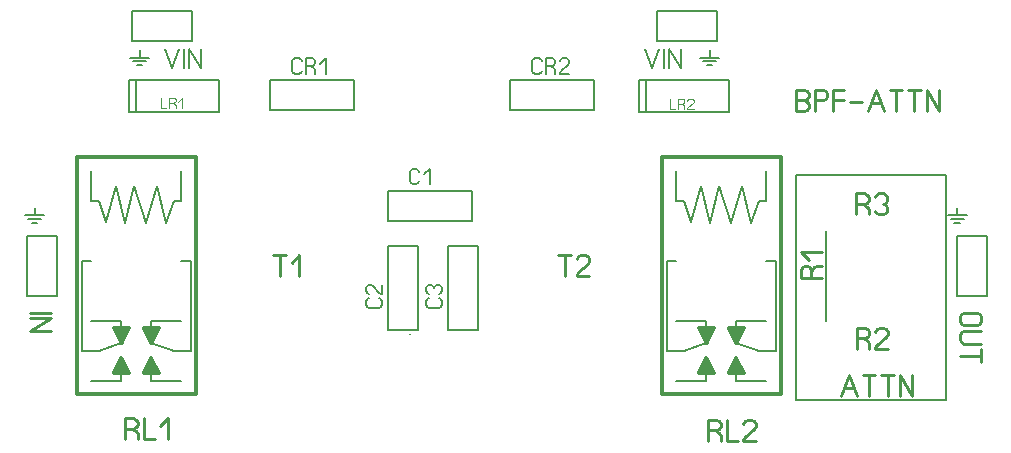
<source format=gbr>
%FSLAX34Y34*%
%MOMM*%
%LNSILK_TOP*%
G71*
G01*
%ADD10C,0.167*%
%ADD11C,0.150*%
%ADD12C,0.300*%
%ADD13C,0.200*%
%ADD14C,0.222*%
%ADD15C,0.111*%
%LPD*%
G54D10*
X345950Y112529D02*
X345950Y112529D01*
G54D11*
X184150Y328100D02*
X184150Y300700D01*
X107950Y300700D01*
X107950Y328100D01*
X184150Y328100D01*
G54D11*
X114250Y300700D02*
X114250Y328100D01*
G54D12*
X64100Y62299D02*
X164700Y62399D01*
X164600Y262299D01*
X64100Y262299D01*
X64100Y62299D01*
G54D13*
X76200Y250899D02*
X76200Y225499D01*
X82500Y225499D01*
X82400Y225499D01*
X88800Y207999D01*
X88900Y207999D01*
X96800Y238199D01*
X104800Y206399D01*
X112700Y238199D01*
X122300Y206399D01*
X131700Y238199D01*
X139700Y206399D01*
X146100Y225499D01*
X152400Y225499D01*
X152400Y250899D01*
G54D13*
X76200Y73099D02*
X101500Y73099D01*
X101500Y92099D01*
G54D13*
X76200Y123899D02*
X101500Y123899D01*
X101500Y104899D01*
G54D13*
X152400Y73099D02*
X127000Y73099D01*
X127000Y92099D01*
G54D13*
X152400Y123899D02*
X127000Y123899D01*
X127000Y104899D01*
G36*
X101600Y92099D02*
X101600Y92199D01*
X95200Y79499D01*
X107900Y79499D01*
X101500Y92099D01*
X101600Y92099D01*
G37*
G54D12*
X101600Y92099D02*
X101600Y92199D01*
X95200Y79499D01*
X107900Y79499D01*
X101500Y92099D01*
X101600Y92099D01*
G36*
X127000Y91999D02*
X127000Y92099D01*
X120600Y79399D01*
X133300Y79399D01*
X126900Y91999D01*
X127000Y91999D01*
G37*
G54D12*
X127000Y91999D02*
X127000Y92099D01*
X120600Y79399D01*
X133300Y79399D01*
X126900Y91999D01*
X127000Y91999D01*
G36*
X101700Y105099D02*
X101700Y104999D01*
X108100Y117699D01*
X95400Y117699D01*
X101800Y105099D01*
X101700Y105099D01*
G37*
G54D12*
X101700Y105099D02*
X101700Y104999D01*
X108100Y117699D01*
X95400Y117699D01*
X101800Y105099D01*
X101700Y105099D01*
G36*
X127000Y104999D02*
X127000Y104899D01*
X133400Y117599D01*
X120700Y117599D01*
X127100Y104999D01*
X127000Y104999D01*
G37*
G54D12*
X127000Y104999D02*
X127000Y104899D01*
X133400Y117599D01*
X120700Y117599D01*
X127100Y104999D01*
X127000Y104999D01*
G54D13*
X101600Y104899D02*
X101600Y104799D01*
X82600Y98399D01*
X82600Y98499D01*
X68300Y98499D01*
X68300Y161999D01*
X68300Y174699D01*
X76200Y174699D01*
G54D13*
X127000Y104899D02*
X127000Y104899D01*
X146000Y98499D01*
X160300Y98499D01*
X160300Y174699D01*
X152400Y174699D01*
G54D11*
X398606Y208738D02*
X398606Y234138D01*
X327006Y234138D01*
X327006Y208738D01*
X398606Y208738D01*
G54D10*
X353950Y242029D02*
X352950Y240363D01*
X350950Y239529D01*
X348950Y239529D01*
X346950Y240363D01*
X345950Y242029D01*
X345950Y250363D01*
X346950Y252029D01*
X348950Y252863D01*
X350950Y252863D01*
X352950Y252029D01*
X353950Y250363D01*
G54D10*
X357618Y247863D02*
X362618Y252863D01*
X362618Y239529D01*
G54D11*
X352860Y187688D02*
X327460Y187688D01*
X327460Y116088D01*
X352860Y116088D01*
X352860Y187688D01*
G54D10*
X319569Y143032D02*
X321235Y142032D01*
X322069Y140032D01*
X322069Y138032D01*
X321235Y136032D01*
X319569Y135032D01*
X311235Y135032D01*
X309569Y136032D01*
X308735Y138032D01*
X308735Y140032D01*
X309569Y142032D01*
X311235Y143032D01*
G54D10*
X322069Y154699D02*
X322069Y146699D01*
X321235Y146699D01*
X319569Y147699D01*
X314569Y153699D01*
X312902Y154699D01*
X311235Y154699D01*
X309569Y153699D01*
X308735Y151699D01*
X308735Y149699D01*
X309569Y147699D01*
X311235Y146699D01*
G54D11*
X403660Y187688D02*
X378260Y187688D01*
X378260Y116088D01*
X403660Y116088D01*
X403660Y187688D01*
G54D10*
X370369Y143032D02*
X372035Y142032D01*
X372869Y140032D01*
X372869Y138032D01*
X372035Y136032D01*
X370369Y135032D01*
X362035Y135032D01*
X360369Y136032D01*
X359535Y138032D01*
X359535Y140032D01*
X360369Y142032D01*
X362035Y143032D01*
G54D10*
X362035Y146699D02*
X360369Y147699D01*
X359535Y149699D01*
X359535Y151699D01*
X360369Y153699D01*
X362035Y154699D01*
X363702Y154699D01*
X365369Y153699D01*
X366202Y151699D01*
X367035Y153699D01*
X368702Y154699D01*
X370369Y154699D01*
X372035Y153699D01*
X372869Y151699D01*
X372869Y149699D01*
X372035Y147699D01*
X370369Y146699D01*
G54D12*
X559400Y62300D02*
X660000Y62399D01*
X659900Y262300D01*
X559400Y262300D01*
X559400Y62300D01*
G54D13*
X571500Y250899D02*
X571500Y225500D01*
X577800Y225500D01*
X577700Y225500D01*
X584100Y208000D01*
X584200Y208000D01*
X592100Y238200D01*
X600100Y206399D01*
X608000Y238200D01*
X617600Y206399D01*
X627000Y238199D01*
X635000Y206400D01*
X641400Y225500D01*
X647700Y225500D01*
X647700Y250900D01*
G54D13*
X571500Y73100D02*
X596800Y73099D01*
X596800Y92100D01*
G54D13*
X571500Y123900D02*
X596800Y123900D01*
X596800Y104899D01*
G54D13*
X647700Y73099D02*
X622300Y73099D01*
X622300Y92100D01*
G54D13*
X647700Y123900D02*
X622300Y123900D01*
X622300Y104900D01*
G36*
X596900Y92100D02*
X596900Y92200D01*
X590500Y79499D01*
X603200Y79499D01*
X596800Y92100D01*
X596900Y92100D01*
G37*
G54D12*
X596900Y92100D02*
X596900Y92200D01*
X590500Y79499D01*
X603200Y79499D01*
X596800Y92100D01*
X596900Y92100D01*
G36*
X622300Y92000D02*
X622300Y92100D01*
X615900Y79399D01*
X628600Y79399D01*
X622200Y92000D01*
X622300Y92000D01*
G37*
G54D12*
X622300Y92000D02*
X622300Y92100D01*
X615900Y79399D01*
X628600Y79399D01*
X622200Y92000D01*
X622300Y92000D01*
G36*
X597000Y105100D02*
X597000Y105000D01*
X603400Y117700D01*
X590700Y117700D01*
X597100Y105099D01*
X597000Y105100D01*
G37*
G54D12*
X597000Y105100D02*
X597000Y105000D01*
X603400Y117700D01*
X590700Y117700D01*
X597100Y105099D01*
X597000Y105100D01*
G36*
X622300Y105000D02*
X622300Y104900D01*
X628700Y117599D01*
X616000Y117600D01*
X622400Y105000D01*
X622300Y105000D01*
G37*
G54D12*
X622300Y105000D02*
X622300Y104900D01*
X628700Y117599D01*
X616000Y117600D01*
X622400Y105000D01*
X622300Y105000D01*
G54D13*
X596900Y104899D02*
X596900Y104800D01*
X577900Y98400D01*
X577900Y98500D01*
X563600Y98500D01*
X563600Y162000D01*
X563600Y174700D01*
X571500Y174700D01*
G54D13*
X622300Y104900D02*
X622300Y104900D01*
X641300Y98500D01*
X655600Y98500D01*
X655600Y174699D01*
X647700Y174699D01*
G54D11*
X298975Y302392D02*
X298975Y327792D01*
X227375Y327792D01*
X227375Y302392D01*
X298975Y302392D01*
G54D10*
X254319Y335684D02*
X253319Y334017D01*
X251319Y333184D01*
X249319Y333184D01*
X247319Y334017D01*
X246319Y335684D01*
X246319Y344017D01*
X247319Y345684D01*
X249319Y346517D01*
X251319Y346517D01*
X253319Y345684D01*
X254319Y344017D01*
G54D10*
X261986Y339850D02*
X264986Y338184D01*
X265986Y336517D01*
X265986Y333184D01*
G54D10*
X257986Y333184D02*
X257986Y346517D01*
X262986Y346517D01*
X264986Y345684D01*
X265986Y344017D01*
X265986Y342350D01*
X264986Y340684D01*
X262986Y339850D01*
X257986Y339850D01*
G54D10*
X269653Y341517D02*
X274653Y346517D01*
X274653Y333184D01*
G54D11*
X615950Y328100D02*
X615950Y300700D01*
X539750Y300700D01*
X539750Y328100D01*
X615950Y328100D01*
G54D11*
X546050Y300700D02*
X546050Y328100D01*
G54D11*
X502175Y302392D02*
X502175Y327792D01*
X430575Y327792D01*
X430575Y302392D01*
X502175Y302392D01*
G54D10*
X457519Y335684D02*
X456519Y334017D01*
X454519Y333184D01*
X452519Y333184D01*
X450519Y334017D01*
X449519Y335684D01*
X449519Y344017D01*
X450519Y345684D01*
X452519Y346517D01*
X454519Y346517D01*
X456519Y345684D01*
X457519Y344017D01*
G54D10*
X465186Y339850D02*
X468186Y338184D01*
X469186Y336517D01*
X469186Y333184D01*
G54D10*
X461186Y333184D02*
X461186Y346517D01*
X466186Y346517D01*
X468186Y345684D01*
X469186Y344017D01*
X469186Y342350D01*
X468186Y340684D01*
X466186Y339850D01*
X461186Y339850D01*
G54D10*
X480853Y333184D02*
X472853Y333184D01*
X472853Y334017D01*
X473853Y335684D01*
X479853Y340684D01*
X480853Y342350D01*
X480853Y344017D01*
X479853Y345684D01*
X477853Y346517D01*
X475853Y346517D01*
X473853Y345684D01*
X472853Y344017D01*
G54D13*
X544688Y354284D02*
X550688Y338284D01*
X556688Y354284D01*
G54D13*
X561088Y338284D02*
X561088Y354284D01*
G54D13*
X565488Y338284D02*
X565488Y354284D01*
X575088Y338284D01*
X575088Y354284D01*
G54D11*
X605538Y386034D02*
X605537Y360634D01*
X554738Y360634D01*
X554738Y386034D01*
X605538Y386034D01*
G54D13*
X599711Y353237D02*
X599712Y346886D01*
G54D13*
X607649Y346886D02*
X591774Y346887D01*
G54D13*
X594155Y343712D02*
X605268Y343712D01*
G54D13*
X602093Y340537D02*
X597330Y340537D01*
G54D13*
X138288Y354284D02*
X144288Y338284D01*
X150288Y354284D01*
G54D13*
X154688Y338284D02*
X154688Y354284D01*
G54D13*
X159088Y338284D02*
X159088Y354284D01*
X168688Y338284D01*
X168688Y354284D01*
G54D11*
X110238Y360635D02*
X110239Y386035D01*
X161038Y386035D01*
X161038Y360635D01*
X110238Y360635D01*
G54D13*
X117111Y353237D02*
X117112Y346886D01*
G54D13*
X125049Y346886D02*
X109174Y346887D01*
G54D13*
X111555Y343712D02*
X122668Y343712D01*
G54D13*
X119493Y340537D02*
X114730Y340537D01*
G54D11*
X808738Y195535D02*
X834138Y195534D01*
X834138Y144735D01*
X808738Y144734D01*
X808738Y195535D01*
G54D11*
X21338Y195535D02*
X46738Y195534D01*
X46738Y144734D01*
X21338Y144734D01*
X21338Y195535D01*
G54D14*
X711200Y60400D02*
X717867Y78178D01*
X724533Y60400D01*
G54D14*
X713867Y67067D02*
X721867Y67067D01*
G54D14*
X734755Y60400D02*
X734755Y78178D01*
G54D14*
X729422Y78178D02*
X740089Y78178D01*
G54D14*
X750311Y60400D02*
X750311Y78178D01*
G54D14*
X744978Y78178D02*
X755645Y78178D01*
G54D14*
X760534Y60400D02*
X760534Y78178D01*
X771201Y60400D01*
X771201Y78178D01*
G54D14*
X673100Y301700D02*
X673100Y319478D01*
X679767Y319478D01*
X682433Y318367D01*
X683767Y316144D01*
X683767Y313922D01*
X682433Y311700D01*
X679767Y310589D01*
X682433Y309478D01*
X683767Y307256D01*
X683767Y305033D01*
X682433Y302811D01*
X679767Y301700D01*
X673100Y301700D01*
G54D14*
X673100Y310589D02*
X679767Y310589D01*
G54D14*
X688656Y301700D02*
X688656Y319478D01*
X695323Y319478D01*
X697989Y318367D01*
X699323Y316144D01*
X699323Y313922D01*
X697989Y311700D01*
X695323Y310589D01*
X688656Y310589D01*
G54D14*
X704212Y301700D02*
X704212Y319478D01*
X713545Y319478D01*
G54D14*
X704212Y310589D02*
X713545Y310589D01*
G54D14*
X718434Y309478D02*
X729101Y309478D01*
G54D14*
X733990Y301700D02*
X740657Y319478D01*
X747323Y301700D01*
G54D14*
X736657Y308367D02*
X744657Y308367D01*
G54D14*
X757545Y301700D02*
X757545Y319478D01*
G54D14*
X752212Y319478D02*
X762879Y319478D01*
G54D14*
X773101Y301700D02*
X773101Y319478D01*
G54D14*
X767768Y319478D02*
X778435Y319478D01*
G54D14*
X783324Y301700D02*
X783324Y319478D01*
X793991Y301700D01*
X793991Y319478D01*
G54D14*
X24289Y130967D02*
X42067Y130967D01*
G54D14*
X24289Y126078D02*
X42067Y126078D01*
X24289Y115411D01*
X42067Y115411D01*
G54D14*
X826133Y120300D02*
X815022Y120300D01*
X812800Y121634D01*
X811689Y124300D01*
X811689Y126967D01*
X812800Y129634D01*
X815022Y130967D01*
X826133Y130967D01*
X828356Y129634D01*
X829467Y126967D01*
X829467Y124300D01*
X828356Y121634D01*
X826133Y120300D01*
G54D14*
X829467Y115411D02*
X815022Y115411D01*
X812800Y114078D01*
X811689Y111411D01*
X811689Y108744D01*
X812800Y106078D01*
X815022Y104744D01*
X829467Y104744D01*
G54D14*
X811689Y94522D02*
X829467Y94522D01*
G54D14*
X829467Y99855D02*
X829467Y89188D01*
G54D13*
X809261Y219887D02*
X809262Y213536D01*
G54D13*
X817199Y213536D02*
X801324Y213537D01*
G54D13*
X803705Y210362D02*
X814818Y210362D01*
G54D13*
X811643Y207187D02*
X806880Y207187D01*
G54D13*
X28211Y219887D02*
X28212Y213536D01*
G54D13*
X36149Y213536D02*
X20274Y213537D01*
G54D13*
X22655Y210362D02*
X33768Y210362D01*
G54D13*
X30593Y207187D02*
X25830Y207187D01*
G54D15*
X135034Y312833D02*
X135034Y303944D01*
X139700Y303944D01*
G54D15*
X144811Y308389D02*
X146811Y307278D01*
X147478Y306167D01*
X147478Y303944D01*
G54D15*
X142145Y303944D02*
X142145Y312833D01*
X145478Y312833D01*
X146811Y312278D01*
X147478Y311167D01*
X147478Y310056D01*
X146811Y308944D01*
X145478Y308389D01*
X142145Y308389D01*
G54D15*
X149922Y309500D02*
X153255Y312833D01*
X153255Y303944D01*
G54D15*
X565959Y312138D02*
X565959Y303250D01*
X570626Y303250D01*
G54D15*
X575737Y307694D02*
X577737Y306583D01*
X578404Y305472D01*
X578404Y303250D01*
G54D15*
X573070Y303250D02*
X573070Y312139D01*
X576404Y312139D01*
X577737Y311583D01*
X578404Y310472D01*
X578404Y309361D01*
X577737Y308250D01*
X576404Y307694D01*
X573070Y307694D01*
G54D15*
X586181Y303250D02*
X580847Y303250D01*
X580847Y303805D01*
X581514Y304916D01*
X585514Y308250D01*
X586181Y309361D01*
X586181Y310472D01*
X585514Y311583D01*
X584181Y312138D01*
X582847Y312139D01*
X581514Y311583D01*
X580847Y310472D01*
G54D14*
X603853Y31187D02*
X607853Y28965D01*
X609186Y26743D01*
X609186Y22298D01*
G54D14*
X598519Y22298D02*
X598519Y40076D01*
X605186Y40076D01*
X607853Y38965D01*
X609186Y36743D01*
X609186Y34521D01*
X607853Y32298D01*
X605186Y31187D01*
X598519Y31187D01*
G54D14*
X614075Y40076D02*
X614075Y22298D01*
X623409Y22298D01*
G54D14*
X638964Y22298D02*
X628297Y22298D01*
X628297Y23410D01*
X629631Y25632D01*
X637631Y32298D01*
X638964Y34521D01*
X638964Y36743D01*
X637631Y38965D01*
X634964Y40076D01*
X632297Y40076D01*
X629631Y38965D01*
X628297Y36743D01*
G54D14*
X110300Y32578D02*
X114300Y30356D01*
X115633Y28134D01*
X115633Y23690D01*
G54D14*
X104967Y23690D02*
X104966Y41467D01*
X111633Y41467D01*
X114300Y40356D01*
X115633Y38134D01*
X115633Y35912D01*
X114300Y33689D01*
X111633Y32578D01*
X104966Y32578D01*
G54D14*
X120522Y41467D02*
X120522Y23690D01*
X129856Y23689D01*
G54D14*
X134744Y34801D02*
X141411Y41467D01*
X141411Y23689D01*
G54D14*
X235553Y161998D02*
X235553Y179776D01*
G54D14*
X230219Y179776D02*
X240886Y179776D01*
G54D14*
X245775Y173110D02*
X252442Y179776D01*
X252442Y161998D01*
G54D14*
X476853Y161998D02*
X476853Y179776D01*
G54D14*
X471519Y179776D02*
X482186Y179776D01*
G54D14*
X497742Y161998D02*
X487075Y161998D01*
X487075Y163110D01*
X488409Y165332D01*
X496409Y171998D01*
X497742Y174221D01*
X497742Y176443D01*
X496409Y178665D01*
X493742Y179776D01*
X491075Y179776D01*
X488409Y178665D01*
X487075Y176443D01*
G54D11*
X698500Y200100D02*
X698500Y123900D01*
G54D14*
X685853Y165162D02*
X688075Y169162D01*
X690297Y170495D01*
X694742Y170495D01*
G54D14*
X694742Y159828D02*
X676964Y159828D01*
X676964Y166495D01*
X678075Y169162D01*
X680297Y170495D01*
X682520Y170495D01*
X684742Y169162D01*
X685853Y166495D01*
X685853Y159828D01*
G54D14*
X683631Y175384D02*
X676964Y182051D01*
X694742Y182051D01*
G54D14*
X729232Y222878D02*
X733232Y220656D01*
X734565Y218433D01*
X734565Y213989D01*
G54D14*
X723898Y213989D02*
X723898Y231767D01*
X730565Y231767D01*
X733232Y230656D01*
X734565Y228433D01*
X734565Y226211D01*
X733232Y223989D01*
X730565Y222878D01*
X723898Y222878D01*
G54D14*
X739454Y228433D02*
X740788Y230656D01*
X743454Y231767D01*
X746121Y231767D01*
X748788Y230656D01*
X750121Y228433D01*
X750121Y226211D01*
X748788Y223989D01*
X746121Y222878D01*
X748788Y221767D01*
X750121Y219544D01*
X750121Y217322D01*
X748788Y215100D01*
X746121Y213989D01*
X743454Y213989D01*
X740788Y215100D01*
X739454Y217322D01*
G54D14*
X729484Y109187D02*
X733484Y106965D01*
X734818Y104743D01*
X734818Y100298D01*
G54D14*
X724151Y100298D02*
X724151Y118076D01*
X730818Y118076D01*
X733484Y116965D01*
X734818Y114743D01*
X734818Y112521D01*
X733484Y110298D01*
X730818Y109187D01*
X724151Y109187D01*
G54D14*
X750374Y100298D02*
X739707Y100298D01*
X739707Y101409D01*
X741040Y103632D01*
X749040Y110298D01*
X750374Y112521D01*
X750374Y114743D01*
X749040Y116965D01*
X746374Y118076D01*
X743707Y118076D01*
X741040Y116965D01*
X739707Y114743D01*
G54D11*
X673100Y247650D02*
X800100Y247650D01*
X800100Y57150D01*
X673100Y57150D01*
X673100Y247650D01*
M02*

</source>
